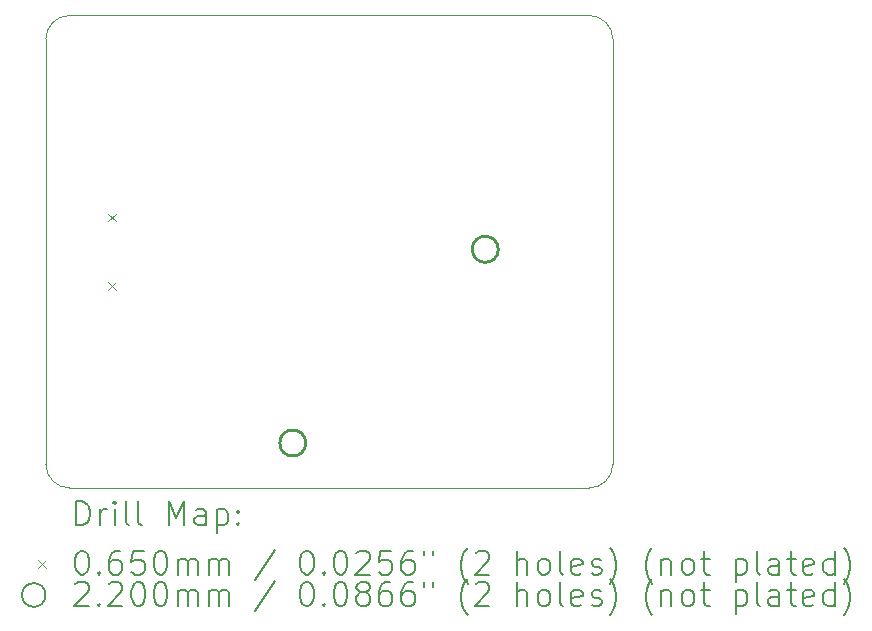
<source format=gbr>
%TF.GenerationSoftware,KiCad,Pcbnew,8.0.1*%
%TF.CreationDate,2024-10-08T21:23:58-04:00*%
%TF.ProjectId,Digital,44696769-7461-46c2-9e6b-696361645f70,rev?*%
%TF.SameCoordinates,Original*%
%TF.FileFunction,Drillmap*%
%TF.FilePolarity,Positive*%
%FSLAX45Y45*%
G04 Gerber Fmt 4.5, Leading zero omitted, Abs format (unit mm)*
G04 Created by KiCad (PCBNEW 8.0.1) date 2024-10-08 21:23:58*
%MOMM*%
%LPD*%
G01*
G04 APERTURE LIST*
%ADD10C,0.050000*%
%ADD11C,0.200000*%
%ADD12C,0.100000*%
%ADD13C,0.220000*%
G04 APERTURE END LIST*
D10*
X19600000Y-15400000D02*
X15200000Y-15400000D01*
X15000000Y-11600000D02*
G75*
G02*
X15200000Y-11400000I200000J0D01*
G01*
X19800000Y-15200000D02*
G75*
G02*
X19600000Y-15400000I-200000J0D01*
G01*
X19600000Y-11400000D02*
G75*
G02*
X19800000Y-11600000I0J-200000D01*
G01*
X15000000Y-15200000D02*
X15000000Y-11600000D01*
X15200000Y-15400000D02*
G75*
G02*
X15000000Y-15200000I0J200000D01*
G01*
X19800000Y-11600000D02*
X19800000Y-15200000D01*
X15200000Y-11400000D02*
X19600000Y-11400000D01*
D11*
D12*
X15528000Y-13078500D02*
X15593000Y-13143500D01*
X15593000Y-13078500D02*
X15528000Y-13143500D01*
X15528000Y-13656500D02*
X15593000Y-13721500D01*
X15593000Y-13656500D02*
X15528000Y-13721500D01*
D13*
X17200000Y-15020000D02*
G75*
G02*
X16980000Y-15020000I-110000J0D01*
G01*
X16980000Y-15020000D02*
G75*
G02*
X17200000Y-15020000I110000J0D01*
G01*
X18830000Y-13380000D02*
G75*
G02*
X18610000Y-13380000I-110000J0D01*
G01*
X18610000Y-13380000D02*
G75*
G02*
X18830000Y-13380000I110000J0D01*
G01*
D11*
X15258277Y-15713984D02*
X15258277Y-15513984D01*
X15258277Y-15513984D02*
X15305896Y-15513984D01*
X15305896Y-15513984D02*
X15334467Y-15523508D01*
X15334467Y-15523508D02*
X15353515Y-15542555D01*
X15353515Y-15542555D02*
X15363039Y-15561603D01*
X15363039Y-15561603D02*
X15372562Y-15599698D01*
X15372562Y-15599698D02*
X15372562Y-15628269D01*
X15372562Y-15628269D02*
X15363039Y-15666365D01*
X15363039Y-15666365D02*
X15353515Y-15685412D01*
X15353515Y-15685412D02*
X15334467Y-15704460D01*
X15334467Y-15704460D02*
X15305896Y-15713984D01*
X15305896Y-15713984D02*
X15258277Y-15713984D01*
X15458277Y-15713984D02*
X15458277Y-15580650D01*
X15458277Y-15618746D02*
X15467801Y-15599698D01*
X15467801Y-15599698D02*
X15477324Y-15590174D01*
X15477324Y-15590174D02*
X15496372Y-15580650D01*
X15496372Y-15580650D02*
X15515420Y-15580650D01*
X15582086Y-15713984D02*
X15582086Y-15580650D01*
X15582086Y-15513984D02*
X15572562Y-15523508D01*
X15572562Y-15523508D02*
X15582086Y-15533031D01*
X15582086Y-15533031D02*
X15591610Y-15523508D01*
X15591610Y-15523508D02*
X15582086Y-15513984D01*
X15582086Y-15513984D02*
X15582086Y-15533031D01*
X15705896Y-15713984D02*
X15686848Y-15704460D01*
X15686848Y-15704460D02*
X15677324Y-15685412D01*
X15677324Y-15685412D02*
X15677324Y-15513984D01*
X15810658Y-15713984D02*
X15791610Y-15704460D01*
X15791610Y-15704460D02*
X15782086Y-15685412D01*
X15782086Y-15685412D02*
X15782086Y-15513984D01*
X16039229Y-15713984D02*
X16039229Y-15513984D01*
X16039229Y-15513984D02*
X16105896Y-15656841D01*
X16105896Y-15656841D02*
X16172562Y-15513984D01*
X16172562Y-15513984D02*
X16172562Y-15713984D01*
X16353515Y-15713984D02*
X16353515Y-15609222D01*
X16353515Y-15609222D02*
X16343991Y-15590174D01*
X16343991Y-15590174D02*
X16324943Y-15580650D01*
X16324943Y-15580650D02*
X16286848Y-15580650D01*
X16286848Y-15580650D02*
X16267801Y-15590174D01*
X16353515Y-15704460D02*
X16334467Y-15713984D01*
X16334467Y-15713984D02*
X16286848Y-15713984D01*
X16286848Y-15713984D02*
X16267801Y-15704460D01*
X16267801Y-15704460D02*
X16258277Y-15685412D01*
X16258277Y-15685412D02*
X16258277Y-15666365D01*
X16258277Y-15666365D02*
X16267801Y-15647317D01*
X16267801Y-15647317D02*
X16286848Y-15637793D01*
X16286848Y-15637793D02*
X16334467Y-15637793D01*
X16334467Y-15637793D02*
X16353515Y-15628269D01*
X16448753Y-15580650D02*
X16448753Y-15780650D01*
X16448753Y-15590174D02*
X16467801Y-15580650D01*
X16467801Y-15580650D02*
X16505896Y-15580650D01*
X16505896Y-15580650D02*
X16524943Y-15590174D01*
X16524943Y-15590174D02*
X16534467Y-15599698D01*
X16534467Y-15599698D02*
X16543991Y-15618746D01*
X16543991Y-15618746D02*
X16543991Y-15675888D01*
X16543991Y-15675888D02*
X16534467Y-15694936D01*
X16534467Y-15694936D02*
X16524943Y-15704460D01*
X16524943Y-15704460D02*
X16505896Y-15713984D01*
X16505896Y-15713984D02*
X16467801Y-15713984D01*
X16467801Y-15713984D02*
X16448753Y-15704460D01*
X16629705Y-15694936D02*
X16639229Y-15704460D01*
X16639229Y-15704460D02*
X16629705Y-15713984D01*
X16629705Y-15713984D02*
X16620182Y-15704460D01*
X16620182Y-15704460D02*
X16629705Y-15694936D01*
X16629705Y-15694936D02*
X16629705Y-15713984D01*
X16629705Y-15590174D02*
X16639229Y-15599698D01*
X16639229Y-15599698D02*
X16629705Y-15609222D01*
X16629705Y-15609222D02*
X16620182Y-15599698D01*
X16620182Y-15599698D02*
X16629705Y-15590174D01*
X16629705Y-15590174D02*
X16629705Y-15609222D01*
D12*
X14932500Y-16010000D02*
X14997500Y-16075000D01*
X14997500Y-16010000D02*
X14932500Y-16075000D01*
D11*
X15296372Y-15933984D02*
X15315420Y-15933984D01*
X15315420Y-15933984D02*
X15334467Y-15943508D01*
X15334467Y-15943508D02*
X15343991Y-15953031D01*
X15343991Y-15953031D02*
X15353515Y-15972079D01*
X15353515Y-15972079D02*
X15363039Y-16010174D01*
X15363039Y-16010174D02*
X15363039Y-16057793D01*
X15363039Y-16057793D02*
X15353515Y-16095888D01*
X15353515Y-16095888D02*
X15343991Y-16114936D01*
X15343991Y-16114936D02*
X15334467Y-16124460D01*
X15334467Y-16124460D02*
X15315420Y-16133984D01*
X15315420Y-16133984D02*
X15296372Y-16133984D01*
X15296372Y-16133984D02*
X15277324Y-16124460D01*
X15277324Y-16124460D02*
X15267801Y-16114936D01*
X15267801Y-16114936D02*
X15258277Y-16095888D01*
X15258277Y-16095888D02*
X15248753Y-16057793D01*
X15248753Y-16057793D02*
X15248753Y-16010174D01*
X15248753Y-16010174D02*
X15258277Y-15972079D01*
X15258277Y-15972079D02*
X15267801Y-15953031D01*
X15267801Y-15953031D02*
X15277324Y-15943508D01*
X15277324Y-15943508D02*
X15296372Y-15933984D01*
X15448753Y-16114936D02*
X15458277Y-16124460D01*
X15458277Y-16124460D02*
X15448753Y-16133984D01*
X15448753Y-16133984D02*
X15439229Y-16124460D01*
X15439229Y-16124460D02*
X15448753Y-16114936D01*
X15448753Y-16114936D02*
X15448753Y-16133984D01*
X15629705Y-15933984D02*
X15591610Y-15933984D01*
X15591610Y-15933984D02*
X15572562Y-15943508D01*
X15572562Y-15943508D02*
X15563039Y-15953031D01*
X15563039Y-15953031D02*
X15543991Y-15981603D01*
X15543991Y-15981603D02*
X15534467Y-16019698D01*
X15534467Y-16019698D02*
X15534467Y-16095888D01*
X15534467Y-16095888D02*
X15543991Y-16114936D01*
X15543991Y-16114936D02*
X15553515Y-16124460D01*
X15553515Y-16124460D02*
X15572562Y-16133984D01*
X15572562Y-16133984D02*
X15610658Y-16133984D01*
X15610658Y-16133984D02*
X15629705Y-16124460D01*
X15629705Y-16124460D02*
X15639229Y-16114936D01*
X15639229Y-16114936D02*
X15648753Y-16095888D01*
X15648753Y-16095888D02*
X15648753Y-16048269D01*
X15648753Y-16048269D02*
X15639229Y-16029222D01*
X15639229Y-16029222D02*
X15629705Y-16019698D01*
X15629705Y-16019698D02*
X15610658Y-16010174D01*
X15610658Y-16010174D02*
X15572562Y-16010174D01*
X15572562Y-16010174D02*
X15553515Y-16019698D01*
X15553515Y-16019698D02*
X15543991Y-16029222D01*
X15543991Y-16029222D02*
X15534467Y-16048269D01*
X15829705Y-15933984D02*
X15734467Y-15933984D01*
X15734467Y-15933984D02*
X15724943Y-16029222D01*
X15724943Y-16029222D02*
X15734467Y-16019698D01*
X15734467Y-16019698D02*
X15753515Y-16010174D01*
X15753515Y-16010174D02*
X15801134Y-16010174D01*
X15801134Y-16010174D02*
X15820182Y-16019698D01*
X15820182Y-16019698D02*
X15829705Y-16029222D01*
X15829705Y-16029222D02*
X15839229Y-16048269D01*
X15839229Y-16048269D02*
X15839229Y-16095888D01*
X15839229Y-16095888D02*
X15829705Y-16114936D01*
X15829705Y-16114936D02*
X15820182Y-16124460D01*
X15820182Y-16124460D02*
X15801134Y-16133984D01*
X15801134Y-16133984D02*
X15753515Y-16133984D01*
X15753515Y-16133984D02*
X15734467Y-16124460D01*
X15734467Y-16124460D02*
X15724943Y-16114936D01*
X15963039Y-15933984D02*
X15982086Y-15933984D01*
X15982086Y-15933984D02*
X16001134Y-15943508D01*
X16001134Y-15943508D02*
X16010658Y-15953031D01*
X16010658Y-15953031D02*
X16020182Y-15972079D01*
X16020182Y-15972079D02*
X16029705Y-16010174D01*
X16029705Y-16010174D02*
X16029705Y-16057793D01*
X16029705Y-16057793D02*
X16020182Y-16095888D01*
X16020182Y-16095888D02*
X16010658Y-16114936D01*
X16010658Y-16114936D02*
X16001134Y-16124460D01*
X16001134Y-16124460D02*
X15982086Y-16133984D01*
X15982086Y-16133984D02*
X15963039Y-16133984D01*
X15963039Y-16133984D02*
X15943991Y-16124460D01*
X15943991Y-16124460D02*
X15934467Y-16114936D01*
X15934467Y-16114936D02*
X15924943Y-16095888D01*
X15924943Y-16095888D02*
X15915420Y-16057793D01*
X15915420Y-16057793D02*
X15915420Y-16010174D01*
X15915420Y-16010174D02*
X15924943Y-15972079D01*
X15924943Y-15972079D02*
X15934467Y-15953031D01*
X15934467Y-15953031D02*
X15943991Y-15943508D01*
X15943991Y-15943508D02*
X15963039Y-15933984D01*
X16115420Y-16133984D02*
X16115420Y-16000650D01*
X16115420Y-16019698D02*
X16124943Y-16010174D01*
X16124943Y-16010174D02*
X16143991Y-16000650D01*
X16143991Y-16000650D02*
X16172563Y-16000650D01*
X16172563Y-16000650D02*
X16191610Y-16010174D01*
X16191610Y-16010174D02*
X16201134Y-16029222D01*
X16201134Y-16029222D02*
X16201134Y-16133984D01*
X16201134Y-16029222D02*
X16210658Y-16010174D01*
X16210658Y-16010174D02*
X16229705Y-16000650D01*
X16229705Y-16000650D02*
X16258277Y-16000650D01*
X16258277Y-16000650D02*
X16277324Y-16010174D01*
X16277324Y-16010174D02*
X16286848Y-16029222D01*
X16286848Y-16029222D02*
X16286848Y-16133984D01*
X16382086Y-16133984D02*
X16382086Y-16000650D01*
X16382086Y-16019698D02*
X16391610Y-16010174D01*
X16391610Y-16010174D02*
X16410658Y-16000650D01*
X16410658Y-16000650D02*
X16439229Y-16000650D01*
X16439229Y-16000650D02*
X16458277Y-16010174D01*
X16458277Y-16010174D02*
X16467801Y-16029222D01*
X16467801Y-16029222D02*
X16467801Y-16133984D01*
X16467801Y-16029222D02*
X16477324Y-16010174D01*
X16477324Y-16010174D02*
X16496372Y-16000650D01*
X16496372Y-16000650D02*
X16524943Y-16000650D01*
X16524943Y-16000650D02*
X16543991Y-16010174D01*
X16543991Y-16010174D02*
X16553515Y-16029222D01*
X16553515Y-16029222D02*
X16553515Y-16133984D01*
X16943991Y-15924460D02*
X16772563Y-16181603D01*
X17201134Y-15933984D02*
X17220182Y-15933984D01*
X17220182Y-15933984D02*
X17239229Y-15943508D01*
X17239229Y-15943508D02*
X17248753Y-15953031D01*
X17248753Y-15953031D02*
X17258277Y-15972079D01*
X17258277Y-15972079D02*
X17267801Y-16010174D01*
X17267801Y-16010174D02*
X17267801Y-16057793D01*
X17267801Y-16057793D02*
X17258277Y-16095888D01*
X17258277Y-16095888D02*
X17248753Y-16114936D01*
X17248753Y-16114936D02*
X17239229Y-16124460D01*
X17239229Y-16124460D02*
X17220182Y-16133984D01*
X17220182Y-16133984D02*
X17201134Y-16133984D01*
X17201134Y-16133984D02*
X17182087Y-16124460D01*
X17182087Y-16124460D02*
X17172563Y-16114936D01*
X17172563Y-16114936D02*
X17163039Y-16095888D01*
X17163039Y-16095888D02*
X17153515Y-16057793D01*
X17153515Y-16057793D02*
X17153515Y-16010174D01*
X17153515Y-16010174D02*
X17163039Y-15972079D01*
X17163039Y-15972079D02*
X17172563Y-15953031D01*
X17172563Y-15953031D02*
X17182087Y-15943508D01*
X17182087Y-15943508D02*
X17201134Y-15933984D01*
X17353515Y-16114936D02*
X17363039Y-16124460D01*
X17363039Y-16124460D02*
X17353515Y-16133984D01*
X17353515Y-16133984D02*
X17343991Y-16124460D01*
X17343991Y-16124460D02*
X17353515Y-16114936D01*
X17353515Y-16114936D02*
X17353515Y-16133984D01*
X17486848Y-15933984D02*
X17505896Y-15933984D01*
X17505896Y-15933984D02*
X17524944Y-15943508D01*
X17524944Y-15943508D02*
X17534468Y-15953031D01*
X17534468Y-15953031D02*
X17543991Y-15972079D01*
X17543991Y-15972079D02*
X17553515Y-16010174D01*
X17553515Y-16010174D02*
X17553515Y-16057793D01*
X17553515Y-16057793D02*
X17543991Y-16095888D01*
X17543991Y-16095888D02*
X17534468Y-16114936D01*
X17534468Y-16114936D02*
X17524944Y-16124460D01*
X17524944Y-16124460D02*
X17505896Y-16133984D01*
X17505896Y-16133984D02*
X17486848Y-16133984D01*
X17486848Y-16133984D02*
X17467801Y-16124460D01*
X17467801Y-16124460D02*
X17458277Y-16114936D01*
X17458277Y-16114936D02*
X17448753Y-16095888D01*
X17448753Y-16095888D02*
X17439229Y-16057793D01*
X17439229Y-16057793D02*
X17439229Y-16010174D01*
X17439229Y-16010174D02*
X17448753Y-15972079D01*
X17448753Y-15972079D02*
X17458277Y-15953031D01*
X17458277Y-15953031D02*
X17467801Y-15943508D01*
X17467801Y-15943508D02*
X17486848Y-15933984D01*
X17629706Y-15953031D02*
X17639229Y-15943508D01*
X17639229Y-15943508D02*
X17658277Y-15933984D01*
X17658277Y-15933984D02*
X17705896Y-15933984D01*
X17705896Y-15933984D02*
X17724944Y-15943508D01*
X17724944Y-15943508D02*
X17734468Y-15953031D01*
X17734468Y-15953031D02*
X17743991Y-15972079D01*
X17743991Y-15972079D02*
X17743991Y-15991127D01*
X17743991Y-15991127D02*
X17734468Y-16019698D01*
X17734468Y-16019698D02*
X17620182Y-16133984D01*
X17620182Y-16133984D02*
X17743991Y-16133984D01*
X17924944Y-15933984D02*
X17829706Y-15933984D01*
X17829706Y-15933984D02*
X17820182Y-16029222D01*
X17820182Y-16029222D02*
X17829706Y-16019698D01*
X17829706Y-16019698D02*
X17848753Y-16010174D01*
X17848753Y-16010174D02*
X17896372Y-16010174D01*
X17896372Y-16010174D02*
X17915420Y-16019698D01*
X17915420Y-16019698D02*
X17924944Y-16029222D01*
X17924944Y-16029222D02*
X17934468Y-16048269D01*
X17934468Y-16048269D02*
X17934468Y-16095888D01*
X17934468Y-16095888D02*
X17924944Y-16114936D01*
X17924944Y-16114936D02*
X17915420Y-16124460D01*
X17915420Y-16124460D02*
X17896372Y-16133984D01*
X17896372Y-16133984D02*
X17848753Y-16133984D01*
X17848753Y-16133984D02*
X17829706Y-16124460D01*
X17829706Y-16124460D02*
X17820182Y-16114936D01*
X18105896Y-15933984D02*
X18067801Y-15933984D01*
X18067801Y-15933984D02*
X18048753Y-15943508D01*
X18048753Y-15943508D02*
X18039229Y-15953031D01*
X18039229Y-15953031D02*
X18020182Y-15981603D01*
X18020182Y-15981603D02*
X18010658Y-16019698D01*
X18010658Y-16019698D02*
X18010658Y-16095888D01*
X18010658Y-16095888D02*
X18020182Y-16114936D01*
X18020182Y-16114936D02*
X18029706Y-16124460D01*
X18029706Y-16124460D02*
X18048753Y-16133984D01*
X18048753Y-16133984D02*
X18086849Y-16133984D01*
X18086849Y-16133984D02*
X18105896Y-16124460D01*
X18105896Y-16124460D02*
X18115420Y-16114936D01*
X18115420Y-16114936D02*
X18124944Y-16095888D01*
X18124944Y-16095888D02*
X18124944Y-16048269D01*
X18124944Y-16048269D02*
X18115420Y-16029222D01*
X18115420Y-16029222D02*
X18105896Y-16019698D01*
X18105896Y-16019698D02*
X18086849Y-16010174D01*
X18086849Y-16010174D02*
X18048753Y-16010174D01*
X18048753Y-16010174D02*
X18029706Y-16019698D01*
X18029706Y-16019698D02*
X18020182Y-16029222D01*
X18020182Y-16029222D02*
X18010658Y-16048269D01*
X18201134Y-15933984D02*
X18201134Y-15972079D01*
X18277325Y-15933984D02*
X18277325Y-15972079D01*
X18572563Y-16210174D02*
X18563039Y-16200650D01*
X18563039Y-16200650D02*
X18543991Y-16172079D01*
X18543991Y-16172079D02*
X18534468Y-16153031D01*
X18534468Y-16153031D02*
X18524944Y-16124460D01*
X18524944Y-16124460D02*
X18515420Y-16076841D01*
X18515420Y-16076841D02*
X18515420Y-16038746D01*
X18515420Y-16038746D02*
X18524944Y-15991127D01*
X18524944Y-15991127D02*
X18534468Y-15962555D01*
X18534468Y-15962555D02*
X18543991Y-15943508D01*
X18543991Y-15943508D02*
X18563039Y-15914936D01*
X18563039Y-15914936D02*
X18572563Y-15905412D01*
X18639230Y-15953031D02*
X18648753Y-15943508D01*
X18648753Y-15943508D02*
X18667801Y-15933984D01*
X18667801Y-15933984D02*
X18715420Y-15933984D01*
X18715420Y-15933984D02*
X18734468Y-15943508D01*
X18734468Y-15943508D02*
X18743991Y-15953031D01*
X18743991Y-15953031D02*
X18753515Y-15972079D01*
X18753515Y-15972079D02*
X18753515Y-15991127D01*
X18753515Y-15991127D02*
X18743991Y-16019698D01*
X18743991Y-16019698D02*
X18629706Y-16133984D01*
X18629706Y-16133984D02*
X18753515Y-16133984D01*
X18991611Y-16133984D02*
X18991611Y-15933984D01*
X19077325Y-16133984D02*
X19077325Y-16029222D01*
X19077325Y-16029222D02*
X19067801Y-16010174D01*
X19067801Y-16010174D02*
X19048753Y-16000650D01*
X19048753Y-16000650D02*
X19020182Y-16000650D01*
X19020182Y-16000650D02*
X19001134Y-16010174D01*
X19001134Y-16010174D02*
X18991611Y-16019698D01*
X19201134Y-16133984D02*
X19182087Y-16124460D01*
X19182087Y-16124460D02*
X19172563Y-16114936D01*
X19172563Y-16114936D02*
X19163039Y-16095888D01*
X19163039Y-16095888D02*
X19163039Y-16038746D01*
X19163039Y-16038746D02*
X19172563Y-16019698D01*
X19172563Y-16019698D02*
X19182087Y-16010174D01*
X19182087Y-16010174D02*
X19201134Y-16000650D01*
X19201134Y-16000650D02*
X19229706Y-16000650D01*
X19229706Y-16000650D02*
X19248753Y-16010174D01*
X19248753Y-16010174D02*
X19258277Y-16019698D01*
X19258277Y-16019698D02*
X19267801Y-16038746D01*
X19267801Y-16038746D02*
X19267801Y-16095888D01*
X19267801Y-16095888D02*
X19258277Y-16114936D01*
X19258277Y-16114936D02*
X19248753Y-16124460D01*
X19248753Y-16124460D02*
X19229706Y-16133984D01*
X19229706Y-16133984D02*
X19201134Y-16133984D01*
X19382087Y-16133984D02*
X19363039Y-16124460D01*
X19363039Y-16124460D02*
X19353515Y-16105412D01*
X19353515Y-16105412D02*
X19353515Y-15933984D01*
X19534468Y-16124460D02*
X19515420Y-16133984D01*
X19515420Y-16133984D02*
X19477325Y-16133984D01*
X19477325Y-16133984D02*
X19458277Y-16124460D01*
X19458277Y-16124460D02*
X19448753Y-16105412D01*
X19448753Y-16105412D02*
X19448753Y-16029222D01*
X19448753Y-16029222D02*
X19458277Y-16010174D01*
X19458277Y-16010174D02*
X19477325Y-16000650D01*
X19477325Y-16000650D02*
X19515420Y-16000650D01*
X19515420Y-16000650D02*
X19534468Y-16010174D01*
X19534468Y-16010174D02*
X19543992Y-16029222D01*
X19543992Y-16029222D02*
X19543992Y-16048269D01*
X19543992Y-16048269D02*
X19448753Y-16067317D01*
X19620182Y-16124460D02*
X19639230Y-16133984D01*
X19639230Y-16133984D02*
X19677325Y-16133984D01*
X19677325Y-16133984D02*
X19696373Y-16124460D01*
X19696373Y-16124460D02*
X19705896Y-16105412D01*
X19705896Y-16105412D02*
X19705896Y-16095888D01*
X19705896Y-16095888D02*
X19696373Y-16076841D01*
X19696373Y-16076841D02*
X19677325Y-16067317D01*
X19677325Y-16067317D02*
X19648753Y-16067317D01*
X19648753Y-16067317D02*
X19629706Y-16057793D01*
X19629706Y-16057793D02*
X19620182Y-16038746D01*
X19620182Y-16038746D02*
X19620182Y-16029222D01*
X19620182Y-16029222D02*
X19629706Y-16010174D01*
X19629706Y-16010174D02*
X19648753Y-16000650D01*
X19648753Y-16000650D02*
X19677325Y-16000650D01*
X19677325Y-16000650D02*
X19696373Y-16010174D01*
X19772563Y-16210174D02*
X19782087Y-16200650D01*
X19782087Y-16200650D02*
X19801134Y-16172079D01*
X19801134Y-16172079D02*
X19810658Y-16153031D01*
X19810658Y-16153031D02*
X19820182Y-16124460D01*
X19820182Y-16124460D02*
X19829706Y-16076841D01*
X19829706Y-16076841D02*
X19829706Y-16038746D01*
X19829706Y-16038746D02*
X19820182Y-15991127D01*
X19820182Y-15991127D02*
X19810658Y-15962555D01*
X19810658Y-15962555D02*
X19801134Y-15943508D01*
X19801134Y-15943508D02*
X19782087Y-15914936D01*
X19782087Y-15914936D02*
X19772563Y-15905412D01*
X20134468Y-16210174D02*
X20124944Y-16200650D01*
X20124944Y-16200650D02*
X20105896Y-16172079D01*
X20105896Y-16172079D02*
X20096373Y-16153031D01*
X20096373Y-16153031D02*
X20086849Y-16124460D01*
X20086849Y-16124460D02*
X20077325Y-16076841D01*
X20077325Y-16076841D02*
X20077325Y-16038746D01*
X20077325Y-16038746D02*
X20086849Y-15991127D01*
X20086849Y-15991127D02*
X20096373Y-15962555D01*
X20096373Y-15962555D02*
X20105896Y-15943508D01*
X20105896Y-15943508D02*
X20124944Y-15914936D01*
X20124944Y-15914936D02*
X20134468Y-15905412D01*
X20210658Y-16000650D02*
X20210658Y-16133984D01*
X20210658Y-16019698D02*
X20220182Y-16010174D01*
X20220182Y-16010174D02*
X20239230Y-16000650D01*
X20239230Y-16000650D02*
X20267801Y-16000650D01*
X20267801Y-16000650D02*
X20286849Y-16010174D01*
X20286849Y-16010174D02*
X20296373Y-16029222D01*
X20296373Y-16029222D02*
X20296373Y-16133984D01*
X20420182Y-16133984D02*
X20401134Y-16124460D01*
X20401134Y-16124460D02*
X20391611Y-16114936D01*
X20391611Y-16114936D02*
X20382087Y-16095888D01*
X20382087Y-16095888D02*
X20382087Y-16038746D01*
X20382087Y-16038746D02*
X20391611Y-16019698D01*
X20391611Y-16019698D02*
X20401134Y-16010174D01*
X20401134Y-16010174D02*
X20420182Y-16000650D01*
X20420182Y-16000650D02*
X20448754Y-16000650D01*
X20448754Y-16000650D02*
X20467801Y-16010174D01*
X20467801Y-16010174D02*
X20477325Y-16019698D01*
X20477325Y-16019698D02*
X20486849Y-16038746D01*
X20486849Y-16038746D02*
X20486849Y-16095888D01*
X20486849Y-16095888D02*
X20477325Y-16114936D01*
X20477325Y-16114936D02*
X20467801Y-16124460D01*
X20467801Y-16124460D02*
X20448754Y-16133984D01*
X20448754Y-16133984D02*
X20420182Y-16133984D01*
X20543992Y-16000650D02*
X20620182Y-16000650D01*
X20572563Y-15933984D02*
X20572563Y-16105412D01*
X20572563Y-16105412D02*
X20582087Y-16124460D01*
X20582087Y-16124460D02*
X20601134Y-16133984D01*
X20601134Y-16133984D02*
X20620182Y-16133984D01*
X20839230Y-16000650D02*
X20839230Y-16200650D01*
X20839230Y-16010174D02*
X20858277Y-16000650D01*
X20858277Y-16000650D02*
X20896373Y-16000650D01*
X20896373Y-16000650D02*
X20915420Y-16010174D01*
X20915420Y-16010174D02*
X20924944Y-16019698D01*
X20924944Y-16019698D02*
X20934468Y-16038746D01*
X20934468Y-16038746D02*
X20934468Y-16095888D01*
X20934468Y-16095888D02*
X20924944Y-16114936D01*
X20924944Y-16114936D02*
X20915420Y-16124460D01*
X20915420Y-16124460D02*
X20896373Y-16133984D01*
X20896373Y-16133984D02*
X20858277Y-16133984D01*
X20858277Y-16133984D02*
X20839230Y-16124460D01*
X21048754Y-16133984D02*
X21029706Y-16124460D01*
X21029706Y-16124460D02*
X21020182Y-16105412D01*
X21020182Y-16105412D02*
X21020182Y-15933984D01*
X21210658Y-16133984D02*
X21210658Y-16029222D01*
X21210658Y-16029222D02*
X21201135Y-16010174D01*
X21201135Y-16010174D02*
X21182087Y-16000650D01*
X21182087Y-16000650D02*
X21143992Y-16000650D01*
X21143992Y-16000650D02*
X21124944Y-16010174D01*
X21210658Y-16124460D02*
X21191611Y-16133984D01*
X21191611Y-16133984D02*
X21143992Y-16133984D01*
X21143992Y-16133984D02*
X21124944Y-16124460D01*
X21124944Y-16124460D02*
X21115420Y-16105412D01*
X21115420Y-16105412D02*
X21115420Y-16086365D01*
X21115420Y-16086365D02*
X21124944Y-16067317D01*
X21124944Y-16067317D02*
X21143992Y-16057793D01*
X21143992Y-16057793D02*
X21191611Y-16057793D01*
X21191611Y-16057793D02*
X21210658Y-16048269D01*
X21277325Y-16000650D02*
X21353515Y-16000650D01*
X21305896Y-15933984D02*
X21305896Y-16105412D01*
X21305896Y-16105412D02*
X21315420Y-16124460D01*
X21315420Y-16124460D02*
X21334468Y-16133984D01*
X21334468Y-16133984D02*
X21353515Y-16133984D01*
X21496373Y-16124460D02*
X21477325Y-16133984D01*
X21477325Y-16133984D02*
X21439230Y-16133984D01*
X21439230Y-16133984D02*
X21420182Y-16124460D01*
X21420182Y-16124460D02*
X21410658Y-16105412D01*
X21410658Y-16105412D02*
X21410658Y-16029222D01*
X21410658Y-16029222D02*
X21420182Y-16010174D01*
X21420182Y-16010174D02*
X21439230Y-16000650D01*
X21439230Y-16000650D02*
X21477325Y-16000650D01*
X21477325Y-16000650D02*
X21496373Y-16010174D01*
X21496373Y-16010174D02*
X21505896Y-16029222D01*
X21505896Y-16029222D02*
X21505896Y-16048269D01*
X21505896Y-16048269D02*
X21410658Y-16067317D01*
X21677325Y-16133984D02*
X21677325Y-15933984D01*
X21677325Y-16124460D02*
X21658277Y-16133984D01*
X21658277Y-16133984D02*
X21620182Y-16133984D01*
X21620182Y-16133984D02*
X21601135Y-16124460D01*
X21601135Y-16124460D02*
X21591611Y-16114936D01*
X21591611Y-16114936D02*
X21582087Y-16095888D01*
X21582087Y-16095888D02*
X21582087Y-16038746D01*
X21582087Y-16038746D02*
X21591611Y-16019698D01*
X21591611Y-16019698D02*
X21601135Y-16010174D01*
X21601135Y-16010174D02*
X21620182Y-16000650D01*
X21620182Y-16000650D02*
X21658277Y-16000650D01*
X21658277Y-16000650D02*
X21677325Y-16010174D01*
X21753516Y-16210174D02*
X21763039Y-16200650D01*
X21763039Y-16200650D02*
X21782087Y-16172079D01*
X21782087Y-16172079D02*
X21791611Y-16153031D01*
X21791611Y-16153031D02*
X21801135Y-16124460D01*
X21801135Y-16124460D02*
X21810658Y-16076841D01*
X21810658Y-16076841D02*
X21810658Y-16038746D01*
X21810658Y-16038746D02*
X21801135Y-15991127D01*
X21801135Y-15991127D02*
X21791611Y-15962555D01*
X21791611Y-15962555D02*
X21782087Y-15943508D01*
X21782087Y-15943508D02*
X21763039Y-15914936D01*
X21763039Y-15914936D02*
X21753516Y-15905412D01*
X14997500Y-16306500D02*
G75*
G02*
X14797500Y-16306500I-100000J0D01*
G01*
X14797500Y-16306500D02*
G75*
G02*
X14997500Y-16306500I100000J0D01*
G01*
X15248753Y-16217031D02*
X15258277Y-16207508D01*
X15258277Y-16207508D02*
X15277324Y-16197984D01*
X15277324Y-16197984D02*
X15324943Y-16197984D01*
X15324943Y-16197984D02*
X15343991Y-16207508D01*
X15343991Y-16207508D02*
X15353515Y-16217031D01*
X15353515Y-16217031D02*
X15363039Y-16236079D01*
X15363039Y-16236079D02*
X15363039Y-16255127D01*
X15363039Y-16255127D02*
X15353515Y-16283698D01*
X15353515Y-16283698D02*
X15239229Y-16397984D01*
X15239229Y-16397984D02*
X15363039Y-16397984D01*
X15448753Y-16378936D02*
X15458277Y-16388460D01*
X15458277Y-16388460D02*
X15448753Y-16397984D01*
X15448753Y-16397984D02*
X15439229Y-16388460D01*
X15439229Y-16388460D02*
X15448753Y-16378936D01*
X15448753Y-16378936D02*
X15448753Y-16397984D01*
X15534467Y-16217031D02*
X15543991Y-16207508D01*
X15543991Y-16207508D02*
X15563039Y-16197984D01*
X15563039Y-16197984D02*
X15610658Y-16197984D01*
X15610658Y-16197984D02*
X15629705Y-16207508D01*
X15629705Y-16207508D02*
X15639229Y-16217031D01*
X15639229Y-16217031D02*
X15648753Y-16236079D01*
X15648753Y-16236079D02*
X15648753Y-16255127D01*
X15648753Y-16255127D02*
X15639229Y-16283698D01*
X15639229Y-16283698D02*
X15524943Y-16397984D01*
X15524943Y-16397984D02*
X15648753Y-16397984D01*
X15772562Y-16197984D02*
X15791610Y-16197984D01*
X15791610Y-16197984D02*
X15810658Y-16207508D01*
X15810658Y-16207508D02*
X15820182Y-16217031D01*
X15820182Y-16217031D02*
X15829705Y-16236079D01*
X15829705Y-16236079D02*
X15839229Y-16274174D01*
X15839229Y-16274174D02*
X15839229Y-16321793D01*
X15839229Y-16321793D02*
X15829705Y-16359888D01*
X15829705Y-16359888D02*
X15820182Y-16378936D01*
X15820182Y-16378936D02*
X15810658Y-16388460D01*
X15810658Y-16388460D02*
X15791610Y-16397984D01*
X15791610Y-16397984D02*
X15772562Y-16397984D01*
X15772562Y-16397984D02*
X15753515Y-16388460D01*
X15753515Y-16388460D02*
X15743991Y-16378936D01*
X15743991Y-16378936D02*
X15734467Y-16359888D01*
X15734467Y-16359888D02*
X15724943Y-16321793D01*
X15724943Y-16321793D02*
X15724943Y-16274174D01*
X15724943Y-16274174D02*
X15734467Y-16236079D01*
X15734467Y-16236079D02*
X15743991Y-16217031D01*
X15743991Y-16217031D02*
X15753515Y-16207508D01*
X15753515Y-16207508D02*
X15772562Y-16197984D01*
X15963039Y-16197984D02*
X15982086Y-16197984D01*
X15982086Y-16197984D02*
X16001134Y-16207508D01*
X16001134Y-16207508D02*
X16010658Y-16217031D01*
X16010658Y-16217031D02*
X16020182Y-16236079D01*
X16020182Y-16236079D02*
X16029705Y-16274174D01*
X16029705Y-16274174D02*
X16029705Y-16321793D01*
X16029705Y-16321793D02*
X16020182Y-16359888D01*
X16020182Y-16359888D02*
X16010658Y-16378936D01*
X16010658Y-16378936D02*
X16001134Y-16388460D01*
X16001134Y-16388460D02*
X15982086Y-16397984D01*
X15982086Y-16397984D02*
X15963039Y-16397984D01*
X15963039Y-16397984D02*
X15943991Y-16388460D01*
X15943991Y-16388460D02*
X15934467Y-16378936D01*
X15934467Y-16378936D02*
X15924943Y-16359888D01*
X15924943Y-16359888D02*
X15915420Y-16321793D01*
X15915420Y-16321793D02*
X15915420Y-16274174D01*
X15915420Y-16274174D02*
X15924943Y-16236079D01*
X15924943Y-16236079D02*
X15934467Y-16217031D01*
X15934467Y-16217031D02*
X15943991Y-16207508D01*
X15943991Y-16207508D02*
X15963039Y-16197984D01*
X16115420Y-16397984D02*
X16115420Y-16264650D01*
X16115420Y-16283698D02*
X16124943Y-16274174D01*
X16124943Y-16274174D02*
X16143991Y-16264650D01*
X16143991Y-16264650D02*
X16172563Y-16264650D01*
X16172563Y-16264650D02*
X16191610Y-16274174D01*
X16191610Y-16274174D02*
X16201134Y-16293222D01*
X16201134Y-16293222D02*
X16201134Y-16397984D01*
X16201134Y-16293222D02*
X16210658Y-16274174D01*
X16210658Y-16274174D02*
X16229705Y-16264650D01*
X16229705Y-16264650D02*
X16258277Y-16264650D01*
X16258277Y-16264650D02*
X16277324Y-16274174D01*
X16277324Y-16274174D02*
X16286848Y-16293222D01*
X16286848Y-16293222D02*
X16286848Y-16397984D01*
X16382086Y-16397984D02*
X16382086Y-16264650D01*
X16382086Y-16283698D02*
X16391610Y-16274174D01*
X16391610Y-16274174D02*
X16410658Y-16264650D01*
X16410658Y-16264650D02*
X16439229Y-16264650D01*
X16439229Y-16264650D02*
X16458277Y-16274174D01*
X16458277Y-16274174D02*
X16467801Y-16293222D01*
X16467801Y-16293222D02*
X16467801Y-16397984D01*
X16467801Y-16293222D02*
X16477324Y-16274174D01*
X16477324Y-16274174D02*
X16496372Y-16264650D01*
X16496372Y-16264650D02*
X16524943Y-16264650D01*
X16524943Y-16264650D02*
X16543991Y-16274174D01*
X16543991Y-16274174D02*
X16553515Y-16293222D01*
X16553515Y-16293222D02*
X16553515Y-16397984D01*
X16943991Y-16188460D02*
X16772563Y-16445603D01*
X17201134Y-16197984D02*
X17220182Y-16197984D01*
X17220182Y-16197984D02*
X17239229Y-16207508D01*
X17239229Y-16207508D02*
X17248753Y-16217031D01*
X17248753Y-16217031D02*
X17258277Y-16236079D01*
X17258277Y-16236079D02*
X17267801Y-16274174D01*
X17267801Y-16274174D02*
X17267801Y-16321793D01*
X17267801Y-16321793D02*
X17258277Y-16359888D01*
X17258277Y-16359888D02*
X17248753Y-16378936D01*
X17248753Y-16378936D02*
X17239229Y-16388460D01*
X17239229Y-16388460D02*
X17220182Y-16397984D01*
X17220182Y-16397984D02*
X17201134Y-16397984D01*
X17201134Y-16397984D02*
X17182087Y-16388460D01*
X17182087Y-16388460D02*
X17172563Y-16378936D01*
X17172563Y-16378936D02*
X17163039Y-16359888D01*
X17163039Y-16359888D02*
X17153515Y-16321793D01*
X17153515Y-16321793D02*
X17153515Y-16274174D01*
X17153515Y-16274174D02*
X17163039Y-16236079D01*
X17163039Y-16236079D02*
X17172563Y-16217031D01*
X17172563Y-16217031D02*
X17182087Y-16207508D01*
X17182087Y-16207508D02*
X17201134Y-16197984D01*
X17353515Y-16378936D02*
X17363039Y-16388460D01*
X17363039Y-16388460D02*
X17353515Y-16397984D01*
X17353515Y-16397984D02*
X17343991Y-16388460D01*
X17343991Y-16388460D02*
X17353515Y-16378936D01*
X17353515Y-16378936D02*
X17353515Y-16397984D01*
X17486848Y-16197984D02*
X17505896Y-16197984D01*
X17505896Y-16197984D02*
X17524944Y-16207508D01*
X17524944Y-16207508D02*
X17534468Y-16217031D01*
X17534468Y-16217031D02*
X17543991Y-16236079D01*
X17543991Y-16236079D02*
X17553515Y-16274174D01*
X17553515Y-16274174D02*
X17553515Y-16321793D01*
X17553515Y-16321793D02*
X17543991Y-16359888D01*
X17543991Y-16359888D02*
X17534468Y-16378936D01*
X17534468Y-16378936D02*
X17524944Y-16388460D01*
X17524944Y-16388460D02*
X17505896Y-16397984D01*
X17505896Y-16397984D02*
X17486848Y-16397984D01*
X17486848Y-16397984D02*
X17467801Y-16388460D01*
X17467801Y-16388460D02*
X17458277Y-16378936D01*
X17458277Y-16378936D02*
X17448753Y-16359888D01*
X17448753Y-16359888D02*
X17439229Y-16321793D01*
X17439229Y-16321793D02*
X17439229Y-16274174D01*
X17439229Y-16274174D02*
X17448753Y-16236079D01*
X17448753Y-16236079D02*
X17458277Y-16217031D01*
X17458277Y-16217031D02*
X17467801Y-16207508D01*
X17467801Y-16207508D02*
X17486848Y-16197984D01*
X17667801Y-16283698D02*
X17648753Y-16274174D01*
X17648753Y-16274174D02*
X17639229Y-16264650D01*
X17639229Y-16264650D02*
X17629706Y-16245603D01*
X17629706Y-16245603D02*
X17629706Y-16236079D01*
X17629706Y-16236079D02*
X17639229Y-16217031D01*
X17639229Y-16217031D02*
X17648753Y-16207508D01*
X17648753Y-16207508D02*
X17667801Y-16197984D01*
X17667801Y-16197984D02*
X17705896Y-16197984D01*
X17705896Y-16197984D02*
X17724944Y-16207508D01*
X17724944Y-16207508D02*
X17734468Y-16217031D01*
X17734468Y-16217031D02*
X17743991Y-16236079D01*
X17743991Y-16236079D02*
X17743991Y-16245603D01*
X17743991Y-16245603D02*
X17734468Y-16264650D01*
X17734468Y-16264650D02*
X17724944Y-16274174D01*
X17724944Y-16274174D02*
X17705896Y-16283698D01*
X17705896Y-16283698D02*
X17667801Y-16283698D01*
X17667801Y-16283698D02*
X17648753Y-16293222D01*
X17648753Y-16293222D02*
X17639229Y-16302746D01*
X17639229Y-16302746D02*
X17629706Y-16321793D01*
X17629706Y-16321793D02*
X17629706Y-16359888D01*
X17629706Y-16359888D02*
X17639229Y-16378936D01*
X17639229Y-16378936D02*
X17648753Y-16388460D01*
X17648753Y-16388460D02*
X17667801Y-16397984D01*
X17667801Y-16397984D02*
X17705896Y-16397984D01*
X17705896Y-16397984D02*
X17724944Y-16388460D01*
X17724944Y-16388460D02*
X17734468Y-16378936D01*
X17734468Y-16378936D02*
X17743991Y-16359888D01*
X17743991Y-16359888D02*
X17743991Y-16321793D01*
X17743991Y-16321793D02*
X17734468Y-16302746D01*
X17734468Y-16302746D02*
X17724944Y-16293222D01*
X17724944Y-16293222D02*
X17705896Y-16283698D01*
X17915420Y-16197984D02*
X17877325Y-16197984D01*
X17877325Y-16197984D02*
X17858277Y-16207508D01*
X17858277Y-16207508D02*
X17848753Y-16217031D01*
X17848753Y-16217031D02*
X17829706Y-16245603D01*
X17829706Y-16245603D02*
X17820182Y-16283698D01*
X17820182Y-16283698D02*
X17820182Y-16359888D01*
X17820182Y-16359888D02*
X17829706Y-16378936D01*
X17829706Y-16378936D02*
X17839229Y-16388460D01*
X17839229Y-16388460D02*
X17858277Y-16397984D01*
X17858277Y-16397984D02*
X17896372Y-16397984D01*
X17896372Y-16397984D02*
X17915420Y-16388460D01*
X17915420Y-16388460D02*
X17924944Y-16378936D01*
X17924944Y-16378936D02*
X17934468Y-16359888D01*
X17934468Y-16359888D02*
X17934468Y-16312269D01*
X17934468Y-16312269D02*
X17924944Y-16293222D01*
X17924944Y-16293222D02*
X17915420Y-16283698D01*
X17915420Y-16283698D02*
X17896372Y-16274174D01*
X17896372Y-16274174D02*
X17858277Y-16274174D01*
X17858277Y-16274174D02*
X17839229Y-16283698D01*
X17839229Y-16283698D02*
X17829706Y-16293222D01*
X17829706Y-16293222D02*
X17820182Y-16312269D01*
X18105896Y-16197984D02*
X18067801Y-16197984D01*
X18067801Y-16197984D02*
X18048753Y-16207508D01*
X18048753Y-16207508D02*
X18039229Y-16217031D01*
X18039229Y-16217031D02*
X18020182Y-16245603D01*
X18020182Y-16245603D02*
X18010658Y-16283698D01*
X18010658Y-16283698D02*
X18010658Y-16359888D01*
X18010658Y-16359888D02*
X18020182Y-16378936D01*
X18020182Y-16378936D02*
X18029706Y-16388460D01*
X18029706Y-16388460D02*
X18048753Y-16397984D01*
X18048753Y-16397984D02*
X18086849Y-16397984D01*
X18086849Y-16397984D02*
X18105896Y-16388460D01*
X18105896Y-16388460D02*
X18115420Y-16378936D01*
X18115420Y-16378936D02*
X18124944Y-16359888D01*
X18124944Y-16359888D02*
X18124944Y-16312269D01*
X18124944Y-16312269D02*
X18115420Y-16293222D01*
X18115420Y-16293222D02*
X18105896Y-16283698D01*
X18105896Y-16283698D02*
X18086849Y-16274174D01*
X18086849Y-16274174D02*
X18048753Y-16274174D01*
X18048753Y-16274174D02*
X18029706Y-16283698D01*
X18029706Y-16283698D02*
X18020182Y-16293222D01*
X18020182Y-16293222D02*
X18010658Y-16312269D01*
X18201134Y-16197984D02*
X18201134Y-16236079D01*
X18277325Y-16197984D02*
X18277325Y-16236079D01*
X18572563Y-16474174D02*
X18563039Y-16464650D01*
X18563039Y-16464650D02*
X18543991Y-16436079D01*
X18543991Y-16436079D02*
X18534468Y-16417031D01*
X18534468Y-16417031D02*
X18524944Y-16388460D01*
X18524944Y-16388460D02*
X18515420Y-16340841D01*
X18515420Y-16340841D02*
X18515420Y-16302746D01*
X18515420Y-16302746D02*
X18524944Y-16255127D01*
X18524944Y-16255127D02*
X18534468Y-16226555D01*
X18534468Y-16226555D02*
X18543991Y-16207508D01*
X18543991Y-16207508D02*
X18563039Y-16178936D01*
X18563039Y-16178936D02*
X18572563Y-16169412D01*
X18639230Y-16217031D02*
X18648753Y-16207508D01*
X18648753Y-16207508D02*
X18667801Y-16197984D01*
X18667801Y-16197984D02*
X18715420Y-16197984D01*
X18715420Y-16197984D02*
X18734468Y-16207508D01*
X18734468Y-16207508D02*
X18743991Y-16217031D01*
X18743991Y-16217031D02*
X18753515Y-16236079D01*
X18753515Y-16236079D02*
X18753515Y-16255127D01*
X18753515Y-16255127D02*
X18743991Y-16283698D01*
X18743991Y-16283698D02*
X18629706Y-16397984D01*
X18629706Y-16397984D02*
X18753515Y-16397984D01*
X18991611Y-16397984D02*
X18991611Y-16197984D01*
X19077325Y-16397984D02*
X19077325Y-16293222D01*
X19077325Y-16293222D02*
X19067801Y-16274174D01*
X19067801Y-16274174D02*
X19048753Y-16264650D01*
X19048753Y-16264650D02*
X19020182Y-16264650D01*
X19020182Y-16264650D02*
X19001134Y-16274174D01*
X19001134Y-16274174D02*
X18991611Y-16283698D01*
X19201134Y-16397984D02*
X19182087Y-16388460D01*
X19182087Y-16388460D02*
X19172563Y-16378936D01*
X19172563Y-16378936D02*
X19163039Y-16359888D01*
X19163039Y-16359888D02*
X19163039Y-16302746D01*
X19163039Y-16302746D02*
X19172563Y-16283698D01*
X19172563Y-16283698D02*
X19182087Y-16274174D01*
X19182087Y-16274174D02*
X19201134Y-16264650D01*
X19201134Y-16264650D02*
X19229706Y-16264650D01*
X19229706Y-16264650D02*
X19248753Y-16274174D01*
X19248753Y-16274174D02*
X19258277Y-16283698D01*
X19258277Y-16283698D02*
X19267801Y-16302746D01*
X19267801Y-16302746D02*
X19267801Y-16359888D01*
X19267801Y-16359888D02*
X19258277Y-16378936D01*
X19258277Y-16378936D02*
X19248753Y-16388460D01*
X19248753Y-16388460D02*
X19229706Y-16397984D01*
X19229706Y-16397984D02*
X19201134Y-16397984D01*
X19382087Y-16397984D02*
X19363039Y-16388460D01*
X19363039Y-16388460D02*
X19353515Y-16369412D01*
X19353515Y-16369412D02*
X19353515Y-16197984D01*
X19534468Y-16388460D02*
X19515420Y-16397984D01*
X19515420Y-16397984D02*
X19477325Y-16397984D01*
X19477325Y-16397984D02*
X19458277Y-16388460D01*
X19458277Y-16388460D02*
X19448753Y-16369412D01*
X19448753Y-16369412D02*
X19448753Y-16293222D01*
X19448753Y-16293222D02*
X19458277Y-16274174D01*
X19458277Y-16274174D02*
X19477325Y-16264650D01*
X19477325Y-16264650D02*
X19515420Y-16264650D01*
X19515420Y-16264650D02*
X19534468Y-16274174D01*
X19534468Y-16274174D02*
X19543992Y-16293222D01*
X19543992Y-16293222D02*
X19543992Y-16312269D01*
X19543992Y-16312269D02*
X19448753Y-16331317D01*
X19620182Y-16388460D02*
X19639230Y-16397984D01*
X19639230Y-16397984D02*
X19677325Y-16397984D01*
X19677325Y-16397984D02*
X19696373Y-16388460D01*
X19696373Y-16388460D02*
X19705896Y-16369412D01*
X19705896Y-16369412D02*
X19705896Y-16359888D01*
X19705896Y-16359888D02*
X19696373Y-16340841D01*
X19696373Y-16340841D02*
X19677325Y-16331317D01*
X19677325Y-16331317D02*
X19648753Y-16331317D01*
X19648753Y-16331317D02*
X19629706Y-16321793D01*
X19629706Y-16321793D02*
X19620182Y-16302746D01*
X19620182Y-16302746D02*
X19620182Y-16293222D01*
X19620182Y-16293222D02*
X19629706Y-16274174D01*
X19629706Y-16274174D02*
X19648753Y-16264650D01*
X19648753Y-16264650D02*
X19677325Y-16264650D01*
X19677325Y-16264650D02*
X19696373Y-16274174D01*
X19772563Y-16474174D02*
X19782087Y-16464650D01*
X19782087Y-16464650D02*
X19801134Y-16436079D01*
X19801134Y-16436079D02*
X19810658Y-16417031D01*
X19810658Y-16417031D02*
X19820182Y-16388460D01*
X19820182Y-16388460D02*
X19829706Y-16340841D01*
X19829706Y-16340841D02*
X19829706Y-16302746D01*
X19829706Y-16302746D02*
X19820182Y-16255127D01*
X19820182Y-16255127D02*
X19810658Y-16226555D01*
X19810658Y-16226555D02*
X19801134Y-16207508D01*
X19801134Y-16207508D02*
X19782087Y-16178936D01*
X19782087Y-16178936D02*
X19772563Y-16169412D01*
X20134468Y-16474174D02*
X20124944Y-16464650D01*
X20124944Y-16464650D02*
X20105896Y-16436079D01*
X20105896Y-16436079D02*
X20096373Y-16417031D01*
X20096373Y-16417031D02*
X20086849Y-16388460D01*
X20086849Y-16388460D02*
X20077325Y-16340841D01*
X20077325Y-16340841D02*
X20077325Y-16302746D01*
X20077325Y-16302746D02*
X20086849Y-16255127D01*
X20086849Y-16255127D02*
X20096373Y-16226555D01*
X20096373Y-16226555D02*
X20105896Y-16207508D01*
X20105896Y-16207508D02*
X20124944Y-16178936D01*
X20124944Y-16178936D02*
X20134468Y-16169412D01*
X20210658Y-16264650D02*
X20210658Y-16397984D01*
X20210658Y-16283698D02*
X20220182Y-16274174D01*
X20220182Y-16274174D02*
X20239230Y-16264650D01*
X20239230Y-16264650D02*
X20267801Y-16264650D01*
X20267801Y-16264650D02*
X20286849Y-16274174D01*
X20286849Y-16274174D02*
X20296373Y-16293222D01*
X20296373Y-16293222D02*
X20296373Y-16397984D01*
X20420182Y-16397984D02*
X20401134Y-16388460D01*
X20401134Y-16388460D02*
X20391611Y-16378936D01*
X20391611Y-16378936D02*
X20382087Y-16359888D01*
X20382087Y-16359888D02*
X20382087Y-16302746D01*
X20382087Y-16302746D02*
X20391611Y-16283698D01*
X20391611Y-16283698D02*
X20401134Y-16274174D01*
X20401134Y-16274174D02*
X20420182Y-16264650D01*
X20420182Y-16264650D02*
X20448754Y-16264650D01*
X20448754Y-16264650D02*
X20467801Y-16274174D01*
X20467801Y-16274174D02*
X20477325Y-16283698D01*
X20477325Y-16283698D02*
X20486849Y-16302746D01*
X20486849Y-16302746D02*
X20486849Y-16359888D01*
X20486849Y-16359888D02*
X20477325Y-16378936D01*
X20477325Y-16378936D02*
X20467801Y-16388460D01*
X20467801Y-16388460D02*
X20448754Y-16397984D01*
X20448754Y-16397984D02*
X20420182Y-16397984D01*
X20543992Y-16264650D02*
X20620182Y-16264650D01*
X20572563Y-16197984D02*
X20572563Y-16369412D01*
X20572563Y-16369412D02*
X20582087Y-16388460D01*
X20582087Y-16388460D02*
X20601134Y-16397984D01*
X20601134Y-16397984D02*
X20620182Y-16397984D01*
X20839230Y-16264650D02*
X20839230Y-16464650D01*
X20839230Y-16274174D02*
X20858277Y-16264650D01*
X20858277Y-16264650D02*
X20896373Y-16264650D01*
X20896373Y-16264650D02*
X20915420Y-16274174D01*
X20915420Y-16274174D02*
X20924944Y-16283698D01*
X20924944Y-16283698D02*
X20934468Y-16302746D01*
X20934468Y-16302746D02*
X20934468Y-16359888D01*
X20934468Y-16359888D02*
X20924944Y-16378936D01*
X20924944Y-16378936D02*
X20915420Y-16388460D01*
X20915420Y-16388460D02*
X20896373Y-16397984D01*
X20896373Y-16397984D02*
X20858277Y-16397984D01*
X20858277Y-16397984D02*
X20839230Y-16388460D01*
X21048754Y-16397984D02*
X21029706Y-16388460D01*
X21029706Y-16388460D02*
X21020182Y-16369412D01*
X21020182Y-16369412D02*
X21020182Y-16197984D01*
X21210658Y-16397984D02*
X21210658Y-16293222D01*
X21210658Y-16293222D02*
X21201135Y-16274174D01*
X21201135Y-16274174D02*
X21182087Y-16264650D01*
X21182087Y-16264650D02*
X21143992Y-16264650D01*
X21143992Y-16264650D02*
X21124944Y-16274174D01*
X21210658Y-16388460D02*
X21191611Y-16397984D01*
X21191611Y-16397984D02*
X21143992Y-16397984D01*
X21143992Y-16397984D02*
X21124944Y-16388460D01*
X21124944Y-16388460D02*
X21115420Y-16369412D01*
X21115420Y-16369412D02*
X21115420Y-16350365D01*
X21115420Y-16350365D02*
X21124944Y-16331317D01*
X21124944Y-16331317D02*
X21143992Y-16321793D01*
X21143992Y-16321793D02*
X21191611Y-16321793D01*
X21191611Y-16321793D02*
X21210658Y-16312269D01*
X21277325Y-16264650D02*
X21353515Y-16264650D01*
X21305896Y-16197984D02*
X21305896Y-16369412D01*
X21305896Y-16369412D02*
X21315420Y-16388460D01*
X21315420Y-16388460D02*
X21334468Y-16397984D01*
X21334468Y-16397984D02*
X21353515Y-16397984D01*
X21496373Y-16388460D02*
X21477325Y-16397984D01*
X21477325Y-16397984D02*
X21439230Y-16397984D01*
X21439230Y-16397984D02*
X21420182Y-16388460D01*
X21420182Y-16388460D02*
X21410658Y-16369412D01*
X21410658Y-16369412D02*
X21410658Y-16293222D01*
X21410658Y-16293222D02*
X21420182Y-16274174D01*
X21420182Y-16274174D02*
X21439230Y-16264650D01*
X21439230Y-16264650D02*
X21477325Y-16264650D01*
X21477325Y-16264650D02*
X21496373Y-16274174D01*
X21496373Y-16274174D02*
X21505896Y-16293222D01*
X21505896Y-16293222D02*
X21505896Y-16312269D01*
X21505896Y-16312269D02*
X21410658Y-16331317D01*
X21677325Y-16397984D02*
X21677325Y-16197984D01*
X21677325Y-16388460D02*
X21658277Y-16397984D01*
X21658277Y-16397984D02*
X21620182Y-16397984D01*
X21620182Y-16397984D02*
X21601135Y-16388460D01*
X21601135Y-16388460D02*
X21591611Y-16378936D01*
X21591611Y-16378936D02*
X21582087Y-16359888D01*
X21582087Y-16359888D02*
X21582087Y-16302746D01*
X21582087Y-16302746D02*
X21591611Y-16283698D01*
X21591611Y-16283698D02*
X21601135Y-16274174D01*
X21601135Y-16274174D02*
X21620182Y-16264650D01*
X21620182Y-16264650D02*
X21658277Y-16264650D01*
X21658277Y-16264650D02*
X21677325Y-16274174D01*
X21753516Y-16474174D02*
X21763039Y-16464650D01*
X21763039Y-16464650D02*
X21782087Y-16436079D01*
X21782087Y-16436079D02*
X21791611Y-16417031D01*
X21791611Y-16417031D02*
X21801135Y-16388460D01*
X21801135Y-16388460D02*
X21810658Y-16340841D01*
X21810658Y-16340841D02*
X21810658Y-16302746D01*
X21810658Y-16302746D02*
X21801135Y-16255127D01*
X21801135Y-16255127D02*
X21791611Y-16226555D01*
X21791611Y-16226555D02*
X21782087Y-16207508D01*
X21782087Y-16207508D02*
X21763039Y-16178936D01*
X21763039Y-16178936D02*
X21753516Y-16169412D01*
M02*

</source>
